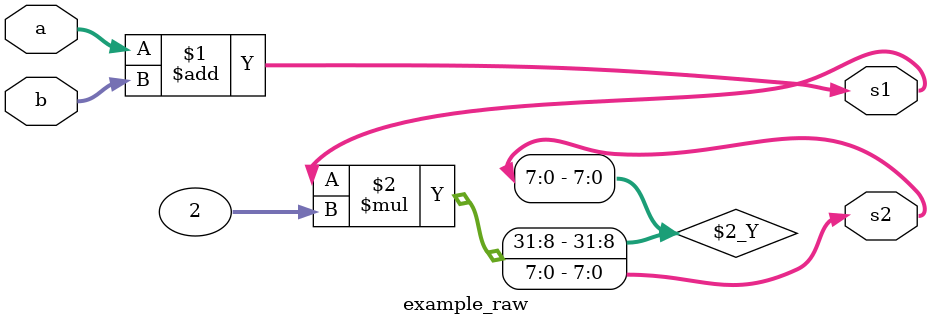
<source format=v>
module example_raw
#(  parameter    BW = 8)
(
    input [BW-1:0] a,
    input [BW-1:0] b,
    output [BW-1:0] s1,
    output [BW-1:0] s2
);
    assign s1 = a + b ;
    assign s2 = s1 * 2;
endmodule
</source>
